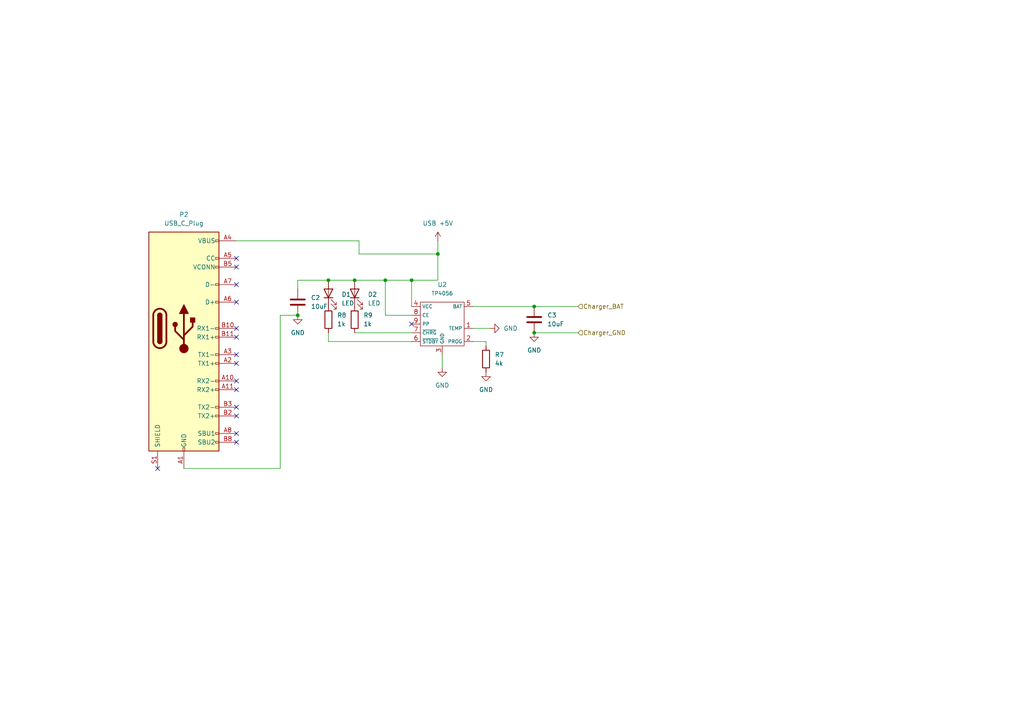
<source format=kicad_sch>
(kicad_sch (version 20231120) (generator "eeschema") (generator_version "8.0")
  (paper "A4")
  (lib_symbols
    (symbol "Connector:USB_C_Plug" (pin_names (offset 1.016))
      (property "Reference" "P" (at -10.16 29.21 0))
      (property "Value" "USB_C_Plug" (at 10.16 29.21 0))
      (symbol "USB_C_Plug_0_0"
        (rectangle (start -0.254 -35.56) (end 0.254 -34.544))
        (rectangle (start 10.16 -32.766) (end 9.144 -33.274))
        (rectangle (start 10.16 -30.226) (end 9.144 -30.734))
        (rectangle (start 10.16 -25.146) (end 9.144 -25.654))
        (rectangle (start 10.16 -22.606) (end 9.144 -23.114))
        (rectangle (start 10.16 -17.526) (end 9.144 -18.034))
        (rectangle (start 10.16 -14.986) (end 9.144 -15.494))
        (rectangle (start 10.16 -9.906) (end 9.144 -10.414))
        (rectangle (start 10.16 -7.366) (end 9.144 -7.874))
        (rectangle (start 10.16 -2.286) (end 9.144 -2.794))
        (rectangle (start 10.16 0.254) (end 9.144 -0.254))
        (rectangle (start 10.16 7.874) (end 9.144 7.366))
        (rectangle (start 10.16 12.954) (end 9.144 12.446))
        (rectangle (start 10.16 18.034) (end 9.144 17.526))
        (rectangle (start 10.16 20.574) (end 9.144 20.066))
        (rectangle (start 10.16 25.654) (end 9.144 25.146))
      )
      (symbol "USB_C_Plug_0_1"
        (rectangle (start -10.16 27.94) (end 10.16 -35.56) (stroke (width 0.254)) (fill (type background)))
        (arc (start -8.89 -3.81) (mid -6.985 -5.7067) (end -5.08 -3.81) (stroke (width 0.508)))
        (arc (start -7.62 -3.81) (mid -6.985 -4.4423) (end -6.35 -3.81) (stroke (width 0.254)))
        (arc (start -7.62 -3.81) (mid -6.985 -4.4423) (end -6.35 -3.81) (stroke (width 0.254)) (fill (type outline)))
        (rectangle (start -7.62 -3.81) (end -6.35 3.81) (stroke (width 0.254)) (fill (type outline)))
        (arc (start -6.35 3.81) (mid -6.985 4.4423) (end -7.62 3.81) (stroke (width 0.254)))
        (arc (start -6.35 3.81) (mid -6.985 4.4423) (end -7.62 3.81) (stroke (width 0.254)) (fill (type outline)))
        (arc (start -5.08 3.81) (mid -6.985 5.7067) (end -8.89 3.81) (stroke (width 0.508)))
        (polyline (pts (xy -8.89 -3.81) (xy -8.89 3.81)) (stroke (width 0.508)))
        (polyline (pts (xy -5.08 3.81) (xy -5.08 -3.81)) (stroke (width 0.508)))
      )
      (symbol "USB_C_Plug_1_1"
        (circle (center -2.54 1.143) (radius 0.635) (stroke (width 0.254)) (fill (type outline)))
        (circle (center 0 -5.842) (radius 1.27) (fill (type outline)))
        (polyline (pts (xy 0 -5.842) (xy 0 4.318)) (stroke (width 0.508)))
        (polyline (pts (xy 0 -3.302) (xy -2.54 -0.762) (xy -2.54 0.508)) (stroke (width 0.508)))
        (polyline (pts (xy 0 -2.032) (xy 2.54 0.508) (xy 2.54 1.778)) (stroke (width 0.508)))
        (polyline (pts (xy -1.27 4.318) (xy 0 6.858) (xy 1.27 4.318) (xy -1.27 4.318)) (stroke (width 0.254)) (fill (type outline)))
        (rectangle (start 1.905 1.778) (end 3.175 3.048) (stroke (width 0.254)) (fill (type outline)))
        (pin passive line (at 0 -40.64 90) (length 5.08) (name "GND") (number "A1"))
        (pin bidirectional line (at 15.24 -15.24 180) (length 5.08) (name "RX2-") (number "A10"))
        (pin bidirectional line (at 15.24 -17.78 180) (length 5.08) (name "RX2+") (number "A11"))
        (pin passive line (at 0 -40.64 90) (length 5.08) hide (name "GND") (number "A12"))
        (pin bidirectional line (at 15.24 -10.16 180) (length 5.08) (name "TX1+") (number "A2"))
        (pin bidirectional line (at 15.24 -7.62 180) (length 5.08) (name "TX1-") (number "A3"))
        (pin passive line (at 15.24 25.4 180) (length 5.08) (name "VBUS") (number "A4"))
        (pin bidirectional line (at 15.24 20.32 180) (length 5.08) (name "CC") (number "A5"))
        (pin bidirectional line (at 15.24 7.62 180) (length 5.08) (name "D+") (number "A6"))
        (pin bidirectional line (at 15.24 12.7 180) (length 5.08) (name "D-") (number "A7"))
        (pin bidirectional line (at 15.24 -30.48 180) (length 5.08) (name "SBU1") (number "A8"))
        (pin passive line (at 15.24 25.4 180) (length 5.08) hide (name "VBUS") (number "A9"))
        (pin passive line (at 0 -40.64 90) (length 5.08) hide (name "GND") (number "B1"))
        (pin bidirectional line (at 15.24 0 180) (length 5.08) (name "RX1-") (number "B10"))
        (pin bidirectional line (at 15.24 -2.54 180) (length 5.08) (name "RX1+") (number "B11"))
        (pin passive line (at 0 -40.64 90) (length 5.08) hide (name "GND") (number "B12"))
        (pin bidirectional line (at 15.24 -25.4 180) (length 5.08) (name "TX2+") (number "B2"))
        (pin bidirectional line (at 15.24 -22.86 180) (length 5.08) (name "TX2-") (number "B3"))
        (pin passive line (at 15.24 25.4 180) (length 5.08) hide (name "VBUS") (number "B4"))
        (pin bidirectional line (at 15.24 17.78 180) (length 5.08) (name "VCONN") (number "B5"))
        (pin bidirectional line (at 15.24 -33.02 180) (length 5.08) (name "SBU2") (number "B8"))
        (pin passive line (at 15.24 25.4 180) (length 5.08) hide (name "VBUS") (number "B9"))
        (pin passive line (at -7.62 -40.64 90) (length 5.08) (name "SHIELD") (number "S1"))
      )
    )
    (symbol "Device:C" (pin_numbers hide) (pin_names (offset 0.254))
      (property "Reference" "C" (at 0.635 2.54 0))
      (property "Value" "C" (at 0.635 -2.54 0))
      (symbol "C_0_1"
        (polyline (pts (xy -2.032 -0.762) (xy 2.032 -0.762)) (stroke (width 0.508)))
        (polyline (pts (xy -2.032 0.762) (xy 2.032 0.762)) (stroke (width 0.508)))
      )
      (symbol "C_1_1"
        (pin passive line (at 0 3.81 270) (length 2.794) (name "~") (number "1"))
        (pin passive line (at 0 -3.81 90) (length 2.794) (name "~") (number "2"))
      )
    )
    (symbol "Device:LED" (pin_numbers hide) (pin_names (offset 1.016) hide)
      (property "Reference" "D" (at 0 2.54 0))
      (property "Value" "LED" (at 0 -2.54 0))
      (symbol "LED_0_1"
        (polyline (pts (xy -1.27 -1.27) (xy -1.27 1.27)) (stroke (width 0.254)))
        (polyline (pts (xy -1.27 0) (xy 1.27 0)))
        (polyline (pts (xy 1.27 -1.27) (xy 1.27 1.27) (xy -1.27 0) (xy 1.27 -1.27)) (stroke (width 0.254)))
        (polyline (pts (xy -3.048 -0.762) (xy -4.572 -2.286) (xy -3.81 -2.286) (xy -4.572 -2.286) (xy -4.572 -1.524)))
        (polyline (pts (xy -1.778 -0.762) (xy -3.302 -2.286) (xy -2.54 -2.286) (xy -3.302 -2.286) (xy -3.302 -1.524)))
      )
      (symbol "LED_1_1"
        (pin passive line (at -3.81 0 0) (length 2.54) (name "K") (number "1"))
        (pin passive line (at 3.81 0 180) (length 2.54) (name "A") (number "2"))
      )
    )
    (symbol "Device:R" (pin_numbers hide) (pin_names (offset 0))
      (property "Reference" "R" (at 2.032 0 90))
      (property "Value" "R" (at 0 0 90))
      (symbol "R_0_1"
        (rectangle (start -1.016 -2.54) (end 1.016 2.54) (stroke (width 0.254)))
      )
      (symbol "R_1_1"
        (pin passive line (at 0 3.81 270) (length 1.27) (name "~") (number "1"))
        (pin passive line (at 0 -3.81 90) (length 1.27) (name "~") (number "2"))
      )
    )
    (symbol "power:+5C" (power) (pin_numbers hide) (pin_names (offset 0) hide)
      (property "Value" "+5C" (at 0 3.556 0))
      (symbol "+5C_0_1"
        (polyline (pts (xy -0.762 1.27) (xy 0 2.54)))
        (polyline (pts (xy 0 0) (xy 0 2.54)))
        (polyline (pts (xy 0 2.54) (xy 0.762 1.27)))
      )
      (symbol "+5C_1_1"
        (pin power_in line (at 0 0 90) (length 0) (name "~") (number "1"))
      )
    )
    (symbol "power:GND" (power) (pin_numbers hide) (pin_names (offset 0) hide)
      (property "Value" "GND" (at 0 -3.81 0))
      (symbol "GND_0_1"
        (polyline (pts (xy 0 0) (xy 0 -1.27) (xy 1.27 -1.27) (xy 0 -2.54) (xy -1.27 -1.27) (xy 0 -1.27)))
      )
      (symbol "GND_1_1"
        (pin power_in line (at 0 0 270) (length 0) (name "~") (number "1"))
      )
    )
    (symbol "tp4056:TP4056"
      (property "Reference" "U" (at 1.27 13.97 0))
      (property "Value" "TP4056" (at 8.89 13.97 0))
      (symbol "TP4056_0_1"
        (rectangle (start 0 12.7) (end 12.7 0))
      )
      (symbol "TP4056_1_1"
        (pin input line (at 15.24 5.08 180) (length 2.54) (name "TEMP") (number "1"))
        (pin input line (at 15.24 1.27 180) (length 2.54) (name "PROG") (number "2"))
        (pin input line (at 6.35 -2.54 90) (length 2.54) (name "GND") (number "3"))
        (pin input line (at -2.54 11.43 0) (length 2.54) (name "VCC") (number "4"))
        (pin input line (at 15.24 11.43 180) (length 2.54) (name "BAT") (number "5"))
        (pin input line (at -2.54 1.27 0) (length 2.54) (name "~{STDBY}") (number "6"))
        (pin input line (at -2.54 3.81 0) (length 2.54) (name "~{CHRG}") (number "7"))
        (pin input line (at -2.54 8.89 0) (length 2.54) (name "CE") (number "8"))
        (pin input line (at -2.54 6.35 0) (length 2.54) (name "PP") (number "9"))
      )
    )
  )
  (junction (at 119.38 81.28))
  (junction (at 154.94 88.9))
  (junction (at 154.94 96.52))
  (junction (at 102.87 81.28))
  (junction (at 127 73.66))
  (junction (at 86.36 91.44))
  (junction (at 111.76 81.28))
  (junction (at 95.25 81.28))
  (no_connect (at 68.58 74.93))
  (no_connect (at 119.38 93.98))
  (no_connect (at 68.58 82.55))
  (no_connect (at 68.58 102.87))
  (no_connect (at 68.58 95.25))
  (no_connect (at 68.58 128.27))
  (no_connect (at 45.72 135.89))
  (no_connect (at 68.58 77.47))
  (no_connect (at 68.58 105.41))
  (no_connect (at 68.58 120.65))
  (no_connect (at 68.58 110.49))
  (no_connect (at 68.58 87.63))
  (no_connect (at 68.58 118.11))
  (no_connect (at 68.58 97.79))
  (no_connect (at 68.58 113.03))
  (no_connect (at 68.58 125.73))
  (wire (pts (xy 102.87 96.52) (xy 119.38 96.52)))
  (wire (pts (xy 81.28 135.89) (xy 81.28 91.44)))
  (wire (pts (xy 154.94 96.52) (xy 167.64 96.52)))
  (wire (pts (xy 95.25 81.28) (xy 102.87 81.28)))
  (wire (pts (xy 137.16 95.25) (xy 142.24 95.25)))
  (wire (pts (xy 104.14 69.85) (xy 104.14 73.66)))
  (wire (pts (xy 111.76 91.44) (xy 111.76 81.28)))
  (wire (pts (xy 111.76 81.28) (xy 119.38 81.28)))
  (wire (pts (xy 68.58 69.85) (xy 104.14 69.85)))
  (wire (pts (xy 104.14 73.66) (xy 127 73.66)))
  (wire (pts (xy 119.38 91.44) (xy 111.76 91.44)))
  (wire (pts (xy 86.36 81.28) (xy 95.25 81.28)))
  (wire (pts (xy 95.25 99.06) (xy 119.38 99.06)))
  (wire (pts (xy 81.28 91.44) (xy 86.36 91.44)))
  (wire (pts (xy 128.27 102.87) (xy 128.27 106.68)))
  (wire (pts (xy 127 69.85) (xy 127 73.66)))
  (wire (pts (xy 102.87 81.28) (xy 111.76 81.28)))
  (wire (pts (xy 154.94 88.9) (xy 167.64 88.9)))
  (wire (pts (xy 127 73.66) (xy 127 81.28)))
  (wire (pts (xy 127 81.28) (xy 119.38 81.28)))
  (wire (pts (xy 119.38 88.9) (xy 119.38 81.28)))
  (wire (pts (xy 53.34 135.89) (xy 81.28 135.89)))
  (wire (pts (xy 137.16 99.06) (xy 140.97 99.06)))
  (wire (pts (xy 95.25 96.52) (xy 95.25 99.06)))
  (wire (pts (xy 140.97 99.06) (xy 140.97 100.33)))
  (wire (pts (xy 137.16 88.9) (xy 154.94 88.9)))
  (wire (pts (xy 86.36 83.82) (xy 86.36 81.28)))
  (hierarchical_label "Charger_BAT" (shape input) (at 167.64 88.9 0))
  (hierarchical_label "Charger_GND" (shape input) (at 167.64 96.52 0))
  (symbol (lib_id "Device:R") (at 102.87 92.71 0) (unit 1)
    (property "Reference" "R9" (at 105.41 91.4399 0) (effects (justify left)))
    (property "Value" "1k" (at 105.41 93.9799 0) (effects (justify left)))
    (property "Footprint" "Resistor_SMD:R_0805_2012Metric_Pad1.20x1.40mm_HandSolder" (effects (hide yes)))
    (property "Description" "Resistor" (effects (hide yes)))
  )
  (symbol (lib_id "Connector:USB_C_Plug") (at 53.34 95.25 0) (unit 1)
    (property "Reference" "P2" (at 53.34 62.23 0))
    (property "Value" "USB_C_Plug" (at 53.34 64.77 0))
    (property "Footprint" "Custom_footprint:USB_C_POWER_ONLY" (effects (hide yes)))
    (property "Datasheet" "https://www.usb.org/sites/default/files/documents/usb_type-c.zip" (effects (hide yes)))
    (property "Description" "USB Type-C Plug connector" (effects (hide yes)))
  )
  (symbol (lib_id "Device:LED") (at 102.87 85.09 90) (unit 1)
    (property "Reference" "D2" (at 106.68 85.4074 90) (effects (justify right)))
    (property "Value" "LED" (at 106.68 87.9474 90) (effects (justify right)))
    (property "Footprint" "LED_SMD:LED_0402_1005Metric" (effects (hide yes)))
    (property "Description" "Light emitting diode" (effects (hide yes)))
  )
  (symbol (lib_id "Device:R") (at 140.97 104.14 0) (unit 1)
    (property "Reference" "R7" (at 143.51 102.8699 0) (effects (justify left)))
    (property "Value" "4k" (at 143.51 105.4099 0) (effects (justify left)))
    (property "Footprint" "Resistor_SMD:R_0603_1608Metric_Pad0.98x0.95mm_HandSolder" (effects (hide yes)))
    (property "Description" "Resistor" (effects (hide yes)))
  )
  (symbol (lib_id "Device:LED") (at 95.25 85.09 90) (unit 1)
    (property "Reference" "D1" (at 99.06 85.4074 90) (effects (justify right)))
    (property "Value" "LED" (at 99.06 87.9474 90) (effects (justify right)))
    (property "Footprint" "LED_SMD:LED_0402_1005Metric" (effects (hide yes)))
    (property "Description" "Light emitting diode" (effects (hide yes)))
  )
  (symbol (lib_id "Device:R") (at 95.25 92.71 0) (unit 1)
    (property "Reference" "R8" (at 97.79 91.4399 0) (effects (justify left)))
    (property "Value" "1k" (at 97.79 93.9799 0) (effects (justify left)))
    (property "Footprint" "Resistor_SMD:R_0805_2012Metric_Pad1.20x1.40mm_HandSolder" (effects (hide yes)))
    (property "Description" "Resistor" (effects (hide yes)))
  )
  (symbol (lib_id "power:GND") (at 140.97 107.95 0) (unit 1)
    (property "Reference" "#PWR017" (effects (hide yes)))
    (property "Value" "GND" (at 140.97 113.03 0))
    (property "Description" "Power symbol creates a global label with name \"GND\" , ground" (effects (hide yes)))
  )
  (symbol (lib_id "power:+5C") (at 127 69.85 0) (unit 1)
    (property "Reference" "#PWR018" (effects (hide yes)))
    (property "Value" "USB +5V" (at 127 64.77 0))
    (property "Description" "Power symbol creates a global label with name \"+5C\"" (effects (hide yes)))
  )
  (symbol (lib_id "Device:C") (at 86.36 87.63 0) (unit 1)
    (property "Reference" "C2" (at 90.17 86.3599 0) (effects (justify left)))
    (property "Value" "10uF" (at 90.17 88.8999 0) (effects (justify left)))
    (property "Footprint" "Capacitor_SMD:C_0603_1608Metric_Pad1.08x0.95mm_HandSolder" (effects (hide yes)))
    (property "Description" "Unpolarized capacitor" (effects (hide yes)))
  )
  (symbol (lib_id "power:GND") (at 86.36 91.44 0) (unit 1)
    (property "Reference" "#PWR019" (effects (hide yes)))
    (property "Value" "GND" (at 86.36 96.52 0))
    (property "Description" "Power symbol creates a global label with name \"GND\" , ground" (effects (hide yes)))
  )
  (symbol (lib_id "power:GND") (at 154.94 96.52 0) (unit 1)
    (property "Reference" "#PWR020" (effects (hide yes)))
    (property "Value" "GND" (at 154.94 101.6 0))
    (property "Description" "Power symbol creates a global label with name \"GND\" , ground" (effects (hide yes)))
  )
  (symbol (lib_id "power:GND") (at 128.27 106.68 0) (unit 1)
    (property "Reference" "#PWR016" (effects (hide yes)))
    (property "Value" "GND" (at 128.27 111.76 0))
    (property "Description" "Power symbol creates a global label with name \"GND\" , ground" (effects (hide yes)))
  )
  (symbol (lib_id "power:GND") (at 142.24 95.25 90) (unit 1)
    (property "Reference" "#PWR015" (effects (hide yes)))
    (property "Value" "GND" (at 146.05 95.2499 90) (effects (justify right)))
    (property "Description" "Power symbol creates a global label with name \"GND\" , ground" (effects (hide yes)))
  )
  (symbol (lib_id "Device:C") (at 154.94 92.71 0) (unit 1)
    (property "Reference" "C3" (at 158.75 91.4399 0) (effects (justify left)))
    (property "Value" "10uF" (at 158.75 93.9799 0) (effects (justify left)))
    (property "Footprint" "Capacitor_SMD:C_0603_1608Metric_Pad1.08x0.95mm_HandSolder" (effects (hide yes)))
    (property "Description" "Unpolarized capacitor" (effects (hide yes)))
  )
  (symbol (lib_id "tp4056:TP4056") (at 121.92 100.33 0) (unit 1)
    (property "Reference" "U2" (at 128.27 82.55 0))
    (property "Value" "TP4056" (at 128.27 85.09 0) (effects (font (size 1.1 1.1))))
    (property "Footprint" "Package_SO:SOIC-8-1EP_3.9x4.9mm_P1.27mm_EP2.29x3mm" (effects (hide yes)))
    (property "Description" "TP4056" (effects (hide yes)))
  )
)
</source>
